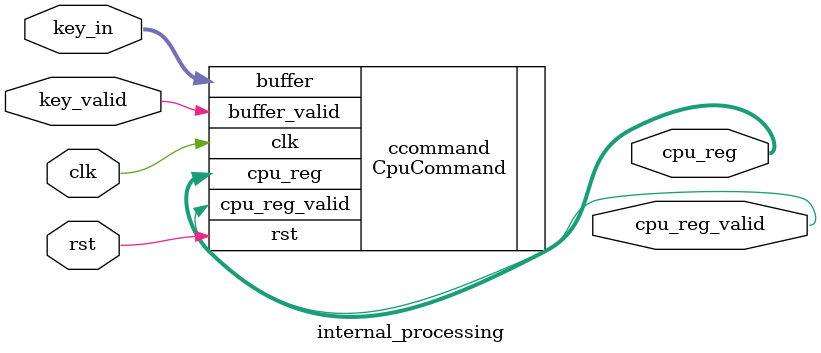
<source format=v>
`timescale 1ns / 1ps

module internal_processing(

        input wire [127:0] key_in,
        input wire key_valid,

        output wire [111:0] cpu_reg,
        output wire cpu_reg_valid,

        input wire clk,
        input wire rst
//        output wire [111:0] cpu_reg_preprocess
    );

 //   wire [127:0] buffer;
  //  wire buffer_valid;
  
 /*  KbBuffer ks (
        .key(key_in),
        .key_valid(key_valid),

        .buffer_out(buffer),
        .buffer_valid(buffer_valid),
        
        .clk(clk),
        .rst(rst)
    );*/
    
   // wire [111:0] cpu_reg_preprocess;
    
    CpuCommand ccommand (
        .buffer(key_in),
        .buffer_valid(key_valid),

        .cpu_reg(cpu_reg), //out, out of module
        .cpu_reg_valid(cpu_reg_valid),
        
        .clk(clk),
        .rst(rst)
    );
    
    

endmodule

</source>
